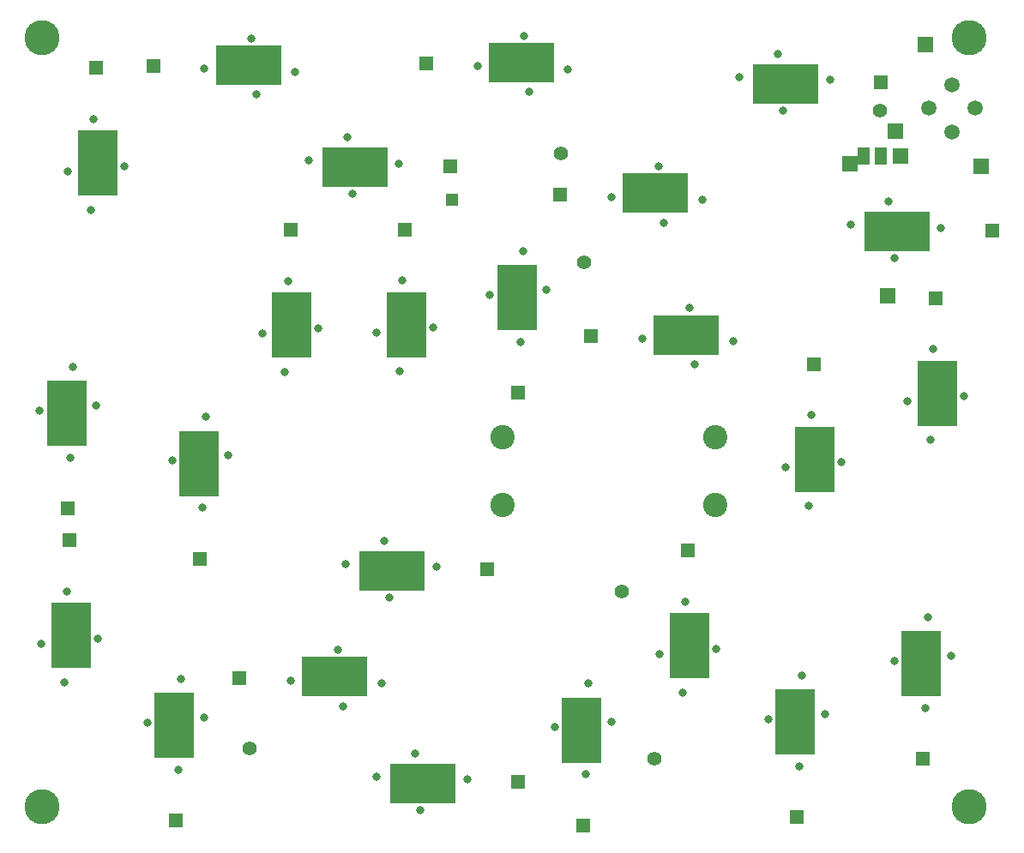
<source format=gts>
G75*
%MOIN*%
%OFA0B0*%
%FSLAX25Y25*%
%IPPOS*%
%LPD*%
%AMOC8*
5,1,8,0,0,1.08239X$1,22.5*
%
%ADD10C,0.13635*%
%ADD11R,0.25800X0.15800*%
%ADD12R,0.05792X0.05792*%
%ADD13C,0.03162*%
%ADD14R,0.15800X0.25800*%
%ADD15C,0.09461*%
%ADD16C,0.05950*%
%ADD17R,0.04737X0.06509*%
%ADD18R,0.06115X0.06115*%
%ADD19C,0.05550*%
%ADD20R,0.04762X0.04762*%
D10*
X0079740Y0059071D03*
X0439976Y0059071D03*
X0439976Y0358283D03*
X0079740Y0358283D03*
D11*
X0159969Y0347563D03*
X0201441Y0307783D03*
X0266110Y0348547D03*
X0318276Y0297760D03*
X0368921Y0340264D03*
X0412071Y0282783D03*
X0330244Y0242642D03*
X0215890Y0150894D03*
X0193591Y0109768D03*
X0227858Y0068217D03*
D12*
X0264858Y0068717D03*
X0289976Y0051945D03*
X0373047Y0055055D03*
X0422063Y0077693D03*
X0330921Y0158717D03*
X0264780Y0220094D03*
X0293244Y0242142D03*
X0281276Y0297260D03*
X0238441Y0308283D03*
X0220882Y0283559D03*
X0176394Y0283402D03*
X0122969Y0347063D03*
X0100803Y0346394D03*
X0229110Y0348047D03*
X0379740Y0231236D03*
X0427181Y0256827D03*
X0449071Y0283283D03*
X0405921Y0340764D03*
X0252890Y0151394D03*
X0156591Y0109268D03*
X0141157Y0155606D03*
X0090567Y0162654D03*
X0089780Y0175134D03*
X0131709Y0053756D03*
D13*
X0132732Y0073598D03*
X0120843Y0091866D03*
X0133835Y0108874D03*
X0142772Y0093913D03*
X0176433Y0108244D03*
X0194701Y0120134D03*
X0211709Y0107142D03*
X0196748Y0098205D03*
X0224701Y0079780D03*
X0209740Y0070843D03*
X0226748Y0057850D03*
X0245016Y0069740D03*
X0279110Y0090055D03*
X0292102Y0107063D03*
X0301039Y0092102D03*
X0291000Y0071787D03*
X0328795Y0103598D03*
X0319858Y0118559D03*
X0341787Y0120606D03*
X0329898Y0138874D03*
X0375173Y0110173D03*
X0384110Y0095213D03*
X0362181Y0093165D03*
X0374071Y0074898D03*
X0423087Y0097535D03*
X0411197Y0115803D03*
X0424189Y0132811D03*
X0433126Y0117850D03*
X0377614Y0176118D03*
X0368677Y0191079D03*
X0390606Y0193126D03*
X0378717Y0211394D03*
X0416118Y0216669D03*
X0425055Y0201709D03*
X0438047Y0218717D03*
X0426157Y0236984D03*
X0410961Y0272417D03*
X0393953Y0285409D03*
X0408913Y0294346D03*
X0429228Y0284307D03*
X0367811Y0329898D03*
X0350803Y0342890D03*
X0365764Y0351827D03*
X0386079Y0341787D03*
X0336394Y0295134D03*
X0321433Y0286197D03*
X0301118Y0296236D03*
X0319386Y0308126D03*
X0284228Y0345921D03*
X0269268Y0336984D03*
X0248953Y0347024D03*
X0267220Y0358913D03*
X0218598Y0309307D03*
X0200331Y0297417D03*
X0183323Y0310409D03*
X0198283Y0319346D03*
X0178087Y0344937D03*
X0163126Y0336000D03*
X0142811Y0346039D03*
X0161079Y0357929D03*
X0099780Y0326551D03*
X0111669Y0308283D03*
X0098677Y0291276D03*
X0089740Y0306236D03*
X0175370Y0263559D03*
X0187260Y0245291D03*
X0174268Y0228283D03*
X0165331Y0243244D03*
X0143283Y0210724D03*
X0152220Y0195764D03*
X0130291Y0193717D03*
X0142181Y0175449D03*
X0090803Y0194976D03*
X0078913Y0213244D03*
X0091906Y0230252D03*
X0100843Y0215291D03*
X0089543Y0142811D03*
X0101433Y0124543D03*
X0088441Y0107535D03*
X0079504Y0122496D03*
X0197772Y0153520D03*
X0212732Y0162457D03*
X0233047Y0152417D03*
X0214780Y0140528D03*
X0218756Y0228441D03*
X0209819Y0243402D03*
X0231748Y0245449D03*
X0253913Y0258205D03*
X0266906Y0275213D03*
X0275843Y0260252D03*
X0265803Y0239937D03*
X0313087Y0241118D03*
X0331354Y0253008D03*
X0348362Y0240016D03*
X0333402Y0231079D03*
X0219858Y0263717D03*
D14*
X0221382Y0246559D03*
X0264280Y0257094D03*
X0176894Y0246402D03*
X0140657Y0192606D03*
X0089280Y0212134D03*
X0091067Y0125654D03*
X0131209Y0090756D03*
X0289476Y0088945D03*
X0331421Y0121717D03*
X0372547Y0092055D03*
X0421563Y0114693D03*
X0380240Y0194236D03*
X0427681Y0219827D03*
X0101303Y0309394D03*
D15*
X0258756Y0202654D03*
X0258913Y0176630D03*
X0341591Y0176630D03*
X0341433Y0202654D03*
D16*
X0433559Y0321614D03*
X0424531Y0330646D03*
X0433559Y0339677D03*
X0442587Y0330646D03*
D17*
X0405685Y0312063D03*
X0399228Y0312063D03*
D18*
X0393717Y0309071D03*
X0413402Y0312024D03*
X0411433Y0321866D03*
X0444898Y0308087D03*
X0423244Y0355331D03*
X0408480Y0257890D03*
D19*
X0405528Y0329740D03*
X0290370Y0270685D03*
X0281512Y0313008D03*
X0305134Y0142732D03*
X0317929Y0077772D03*
X0160449Y0081709D03*
D20*
X0239189Y0295291D03*
M02*

</source>
